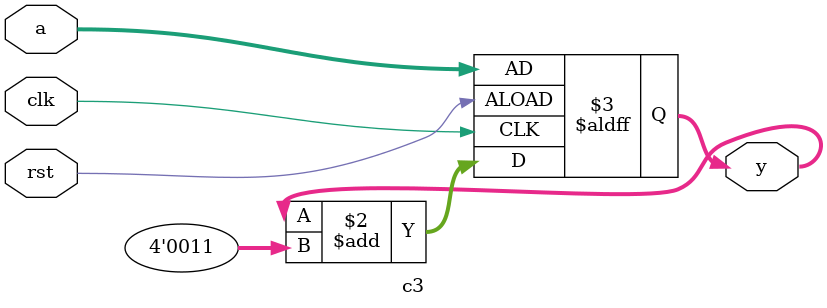
<source format=v>
module c3 (
    input  [3:0] a,
    input  clk,
    input  rst,
    output reg [3:0] y
);

always @(posedge clk or posedge rst) begin
    if (rst)
        y <= a;          // Load initial value
    else
        y <= y + 4'd3;   // Increment by 3 (multiples of 3)
end

endmodule


</source>
